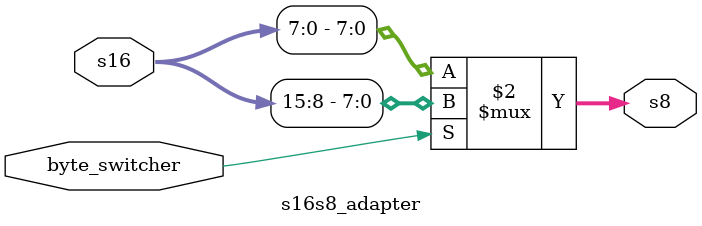
<source format=v>
module s16s8_adapter (
	input 			byte_switcher,
	input   [15:0] s16,
	output  [7:0]  s8  
);

`define L8 s16[7:0]
`define H8 s16[15:8]

parameter LOW  = 0,
			 HIGH = 1;

assign s8 = (byte_switcher == LOW) ? `L8 : `H8;  


endmodule


</source>
